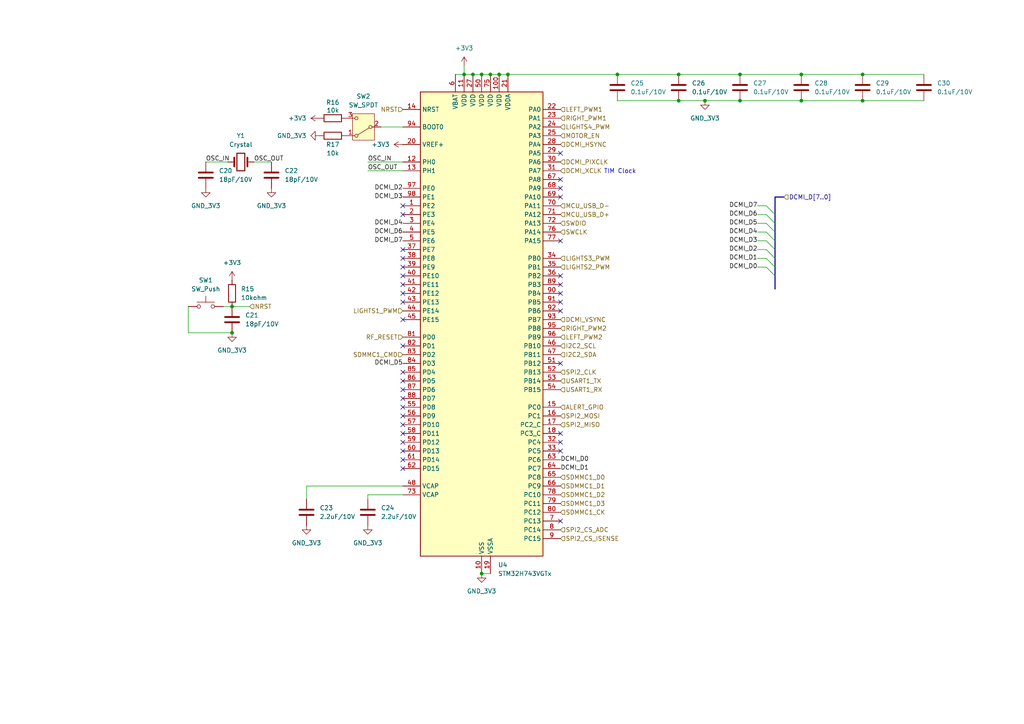
<source format=kicad_sch>
(kicad_sch (version 20231120) (generator "eeschema") (generator_version "8.0")
  (paper "A4")
  (lib_symbols
    (symbol "Device:C" (pin_numbers hide) (pin_names (offset 0.254))
      (property "Reference" "C" (at 0.635 2.54 0))
      (property "Value" "C" (at 0.635 -2.54 0))
      (symbol "C_0_1"
        (polyline (pts (xy -2.032 -0.762) (xy 2.032 -0.762)) (stroke (width 0.508)))
        (polyline (pts (xy -2.032 0.762) (xy 2.032 0.762)) (stroke (width 0.508)))
      )
      (symbol "C_1_1"
        (pin passive line (at 0 3.81 270) (length 2.794) (name "~") (number "1"))
        (pin passive line (at 0 -3.81 90) (length 2.794) (name "~") (number "2"))
      )
    )
    (symbol "Device:Crystal" (pin_numbers hide) (pin_names (offset 1.016) hide)
      (property "Reference" "Y" (at 0 3.81 0))
      (property "Value" "Crystal" (at 0 -3.81 0))
      (symbol "Crystal_0_1"
        (rectangle (start -1.143 2.54) (end 1.143 -2.54) (stroke (width 0.3048)))
        (polyline (pts (xy -2.54 0) (xy -1.905 0)))
        (polyline (pts (xy -1.905 -1.27) (xy -1.905 1.27)) (stroke (width 0.508)))
        (polyline (pts (xy 1.905 -1.27) (xy 1.905 1.27)) (stroke (width 0.508)))
        (polyline (pts (xy 2.54 0) (xy 1.905 0)))
      )
      (symbol "Crystal_1_1"
        (pin passive line (at -3.81 0 0) (length 1.27) (name "1") (number "1"))
        (pin passive line (at 3.81 0 180) (length 1.27) (name "2") (number "2"))
      )
    )
    (symbol "Device:R" (pin_numbers hide) (pin_names (offset 0))
      (property "Reference" "R" (at 2.032 0 90))
      (property "Value" "R" (at 0 0 90))
      (symbol "R_0_1"
        (rectangle (start -1.016 -2.54) (end 1.016 2.54) (stroke (width 0.254)))
      )
      (symbol "R_1_1"
        (pin passive line (at 0 3.81 270) (length 1.27) (name "~") (number "1"))
        (pin passive line (at 0 -3.81 90) (length 1.27) (name "~") (number "2"))
      )
    )
    (symbol "MCU_ST_STM32H7:STM32H743VGTx"
      (property "Reference" "U" (at -17.78 69.85 0))
      (property "Value" "STM32H743VGTx" (at 10.16 69.85 0))
      (symbol "STM32H743VGTx_0_1"
        (rectangle (start -17.78 -66.04) (end 17.78 68.58) (stroke (width 0.254)) (fill (type background)))
      )
      (symbol "STM32H743VGTx_1_1"
        (pin bidirectional line (at -22.86 35.56 0) (length 5.08) (name "PE2") (number "1"))
        (pin power_in line (at 0 -71.12 90) (length 5.08) (name "VSS") (number "10"))
        (pin power_in line (at 5.08 73.66 270) (length 5.08) (name "VDD") (number "100"))
        (pin power_in line (at -5.08 73.66 270) (length 5.08) (name "VDD") (number "11"))
        (pin bidirectional line (at -22.86 48.26 0) (length 5.08) (name "PH0") (number "12"))
        (pin bidirectional line (at -22.86 45.72 0) (length 5.08) (name "PH1") (number "13"))
        (pin input line (at -22.86 63.5 0) (length 5.08) (name "NRST") (number "14"))
        (pin bidirectional line (at 22.86 -22.86 180) (length 5.08) (name "PC0") (number "15"))
        (pin bidirectional line (at 22.86 -25.4 180) (length 5.08) (name "PC1") (number "16"))
        (pin bidirectional line (at 22.86 -27.94 180) (length 5.08) (name "PC2_C") (number "17"))
        (pin bidirectional line (at 22.86 -30.48 180) (length 5.08) (name "PC3_C") (number "18"))
        (pin power_in line (at 2.54 -71.12 90) (length 5.08) (name "VSSA") (number "19"))
        (pin bidirectional line (at -22.86 33.02 0) (length 5.08) (name "PE3") (number "2"))
        (pin input line (at -22.86 53.34 0) (length 5.08) (name "VREF+") (number "20"))
        (pin power_in line (at 7.62 73.66 270) (length 5.08) (name "VDDA") (number "21"))
        (pin bidirectional line (at 22.86 63.5 180) (length 5.08) (name "PA0") (number "22"))
        (pin bidirectional line (at 22.86 60.96 180) (length 5.08) (name "PA1") (number "23"))
        (pin bidirectional line (at 22.86 58.42 180) (length 5.08) (name "PA2") (number "24"))
        (pin bidirectional line (at 22.86 55.88 180) (length 5.08) (name "PA3") (number "25"))
        (pin passive line (at 0 -71.12 90) (length 5.08) hide (name "VSS") (number "26"))
        (pin power_in line (at -2.54 73.66 270) (length 5.08) (name "VDD") (number "27"))
        (pin bidirectional line (at 22.86 53.34 180) (length 5.08) (name "PA4") (number "28"))
        (pin bidirectional line (at 22.86 50.8 180) (length 5.08) (name "PA5") (number "29"))
        (pin bidirectional line (at -22.86 30.48 0) (length 5.08) (name "PE4") (number "3"))
        (pin bidirectional line (at 22.86 48.26 180) (length 5.08) (name "PA6") (number "30"))
        (pin bidirectional line (at 22.86 45.72 180) (length 5.08) (name "PA7") (number "31"))
        (pin bidirectional line (at 22.86 -33.02 180) (length 5.08) (name "PC4") (number "32"))
        (pin bidirectional line (at 22.86 -35.56 180) (length 5.08) (name "PC5") (number "33"))
        (pin bidirectional line (at 22.86 20.32 180) (length 5.08) (name "PB0") (number "34"))
        (pin bidirectional line (at 22.86 17.78 180) (length 5.08) (name "PB1") (number "35"))
        (pin bidirectional line (at 22.86 15.24 180) (length 5.08) (name "PB2") (number "36"))
        (pin bidirectional line (at -22.86 22.86 0) (length 5.08) (name "PE7") (number "37"))
        (pin bidirectional line (at -22.86 20.32 0) (length 5.08) (name "PE8") (number "38"))
        (pin bidirectional line (at -22.86 17.78 0) (length 5.08) (name "PE9") (number "39"))
        (pin bidirectional line (at -22.86 27.94 0) (length 5.08) (name "PE5") (number "4"))
        (pin bidirectional line (at -22.86 15.24 0) (length 5.08) (name "PE10") (number "40"))
        (pin bidirectional line (at -22.86 12.7 0) (length 5.08) (name "PE11") (number "41"))
        (pin bidirectional line (at -22.86 10.16 0) (length 5.08) (name "PE12") (number "42"))
        (pin bidirectional line (at -22.86 7.62 0) (length 5.08) (name "PE13") (number "43"))
        (pin bidirectional line (at -22.86 5.08 0) (length 5.08) (name "PE14") (number "44"))
        (pin bidirectional line (at -22.86 2.54 0) (length 5.08) (name "PE15") (number "45"))
        (pin bidirectional line (at 22.86 -5.08 180) (length 5.08) (name "PB10") (number "46"))
        (pin bidirectional line (at 22.86 -7.62 180) (length 5.08) (name "PB11") (number "47"))
        (pin power_out line (at -22.86 -45.72 0) (length 5.08) (name "VCAP") (number "48"))
        (pin passive line (at 0 -71.12 90) (length 5.08) hide (name "VSS") (number "49"))
        (pin bidirectional line (at -22.86 25.4 0) (length 5.08) (name "PE6") (number "5"))
        (pin power_in line (at 0 73.66 270) (length 5.08) (name "VDD") (number "50"))
        (pin bidirectional line (at 22.86 -10.16 180) (length 5.08) (name "PB12") (number "51"))
        (pin bidirectional line (at 22.86 -12.7 180) (length 5.08) (name "PB13") (number "52"))
        (pin bidirectional line (at 22.86 -15.24 180) (length 5.08) (name "PB14") (number "53"))
        (pin bidirectional line (at 22.86 -17.78 180) (length 5.08) (name "PB15") (number "54"))
        (pin bidirectional line (at -22.86 -22.86 0) (length 5.08) (name "PD8") (number "55"))
        (pin bidirectional line (at -22.86 -25.4 0) (length 5.08) (name "PD9") (number "56"))
        (pin bidirectional line (at -22.86 -27.94 0) (length 5.08) (name "PD10") (number "57"))
        (pin bidirectional line (at -22.86 -30.48 0) (length 5.08) (name "PD11") (number "58"))
        (pin bidirectional line (at -22.86 -33.02 0) (length 5.08) (name "PD12") (number "59"))
        (pin power_in line (at -7.62 73.66 270) (length 5.08) (name "VBAT") (number "6"))
        (pin bidirectional line (at -22.86 -35.56 0) (length 5.08) (name "PD13") (number "60"))
        (pin bidirectional line (at -22.86 -38.1 0) (length 5.08) (name "PD14") (number "61"))
        (pin bidirectional line (at -22.86 -40.64 0) (length 5.08) (name "PD15") (number "62"))
        (pin bidirectional line (at 22.86 -38.1 180) (length 5.08) (name "PC6") (number "63"))
        (pin bidirectional line (at 22.86 -40.64 180) (length 5.08) (name "PC7") (number "64"))
        (pin bidirectional line (at 22.86 -43.18 180) (length 5.08) (name "PC8") (number "65"))
        (pin bidirectional line (at 22.86 -45.72 180) (length 5.08) (name "PC9") (number "66"))
        (pin bidirectional line (at 22.86 43.18 180) (length 5.08) (name "PA8") (number "67"))
        (pin bidirectional line (at 22.86 40.64 180) (length 5.08) (name "PA9") (number "68"))
        (pin bidirectional line (at 22.86 38.1 180) (length 5.08) (name "PA10") (number "69"))
        (pin bidirectional line (at 22.86 -55.88 180) (length 5.08) (name "PC13") (number "7"))
        (pin bidirectional line (at 22.86 35.56 180) (length 5.08) (name "PA11") (number "70"))
        (pin bidirectional line (at 22.86 33.02 180) (length 5.08) (name "PA12") (number "71"))
        (pin bidirectional line (at 22.86 30.48 180) (length 5.08) (name "PA13") (number "72"))
        (pin power_out line (at -22.86 -48.26 0) (length 5.08) (name "VCAP") (number "73"))
        (pin passive line (at 0 -71.12 90) (length 5.08) hide (name "VSS") (number "74"))
        (pin power_in line (at 2.54 73.66 270) (length 5.08) (name "VDD") (number "75"))
        (pin bidirectional line (at 22.86 27.94 180) (length 5.08) (name "PA14") (number "76"))
        (pin bidirectional line (at 22.86 25.4 180) (length 5.08) (name "PA15") (number "77"))
        (pin bidirectional line (at 22.86 -48.26 180) (length 5.08) (name "PC10") (number "78"))
        (pin bidirectional line (at 22.86 -50.8 180) (length 5.08) (name "PC11") (number "79"))
        (pin bidirectional line (at 22.86 -58.42 180) (length 5.08) (name "PC14") (number "8"))
        (pin bidirectional line (at 22.86 -53.34 180) (length 5.08) (name "PC12") (number "80"))
        (pin bidirectional line (at -22.86 -2.54 0) (length 5.08) (name "PD0") (number "81"))
        (pin bidirectional line (at -22.86 -5.08 0) (length 5.08) (name "PD1") (number "82"))
        (pin bidirectional line (at -22.86 -7.62 0) (length 5.08) (name "PD2") (number "83"))
        (pin bidirectional line (at -22.86 -10.16 0) (length 5.08) (name "PD3") (number "84"))
        (pin bidirectional line (at -22.86 -12.7 0) (length 5.08) (name "PD4") (number "85"))
        (pin bidirectional line (at -22.86 -15.24 0) (length 5.08) (name "PD5") (number "86"))
        (pin bidirectional line (at -22.86 -17.78 0) (length 5.08) (name "PD6") (number "87"))
        (pin bidirectional line (at -22.86 -20.32 0) (length 5.08) (name "PD7") (number "88"))
        (pin bidirectional line (at 22.86 12.7 180) (length 5.08) (name "PB3") (number "89"))
        (pin bidirectional line (at 22.86 -60.96 180) (length 5.08) (name "PC15") (number "9"))
        (pin bidirectional line (at 22.86 10.16 180) (length 5.08) (name "PB4") (number "90"))
        (pin bidirectional line (at 22.86 7.62 180) (length 5.08) (name "PB5") (number "91"))
        (pin bidirectional line (at 22.86 5.08 180) (length 5.08) (name "PB6") (number "92"))
        (pin bidirectional line (at 22.86 2.54 180) (length 5.08) (name "PB7") (number "93"))
        (pin input line (at -22.86 58.42 0) (length 5.08) (name "BOOT0") (number "94"))
        (pin bidirectional line (at 22.86 0 180) (length 5.08) (name "PB8") (number "95"))
        (pin bidirectional line (at 22.86 -2.54 180) (length 5.08) (name "PB9") (number "96"))
        (pin bidirectional line (at -22.86 40.64 0) (length 5.08) (name "PE0") (number "97"))
        (pin bidirectional line (at -22.86 38.1 0) (length 5.08) (name "PE1") (number "98"))
        (pin passive line (at 0 -71.12 90) (length 5.08) hide (name "VSS") (number "99"))
      )
    )
    (symbol "Switch:SW_Push" (pin_numbers hide) (pin_names (offset 1.016) hide)
      (property "Reference" "SW" (at 1.27 2.54 0))
      (property "Value" "SW_Push" (at 0 -1.524 0))
      (symbol "SW_Push_0_1"
        (circle (center -2.032 0) (radius 0.508))
        (polyline (pts (xy 0 1.27) (xy 0 3.048)))
        (polyline (pts (xy 2.54 1.27) (xy -2.54 1.27)))
        (circle (center 2.032 0) (radius 0.508))
        (pin passive line (at -5.08 0 0) (length 2.54) (name "1") (number "1"))
        (pin passive line (at 5.08 0 180) (length 2.54) (name "2") (number "2"))
      )
    )
    (symbol "Switch:SW_SPDT" (pin_names (offset 0) hide)
      (property "Reference" "SW" (at 0 5.08 0))
      (property "Value" "SW_SPDT" (at 0 -5.08 0))
      (symbol "SW_SPDT_0_1"
        (circle (center -2.032 0) (radius 0.4572))
        (polyline (pts (xy -1.651 0.254) (xy 1.651 2.286)))
        (circle (center 2.032 -2.54) (radius 0.4572))
        (circle (center 2.032 2.54) (radius 0.4572))
      )
      (symbol "SW_SPDT_1_1"
        (rectangle (start -3.175 3.81) (end 3.175 -3.81) (fill (type background)))
        (pin passive line (at 5.08 2.54 180) (length 2.54) (name "A") (number "1"))
        (pin passive line (at -5.08 0 0) (length 2.54) (name "B") (number "2"))
        (pin passive line (at 5.08 -2.54 180) (length 2.54) (name "C") (number "3"))
      )
    )
    (symbol "power:+3V3" (power) (pin_numbers hide) (pin_names (offset 0) hide)
      (property "Value" "+3V3" (at 0 3.556 0))
      (symbol "+3V3_0_1"
        (polyline (pts (xy -0.762 1.27) (xy 0 2.54)))
        (polyline (pts (xy 0 0) (xy 0 2.54)))
        (polyline (pts (xy 0 2.54) (xy 0.762 1.27)))
      )
      (symbol "+3V3_1_1"
        (pin power_in line (at 0 0 90) (length 0) (name "~") (number "1"))
      )
    )
    (symbol "power:GND" (power) (pin_numbers hide) (pin_names (offset 0) hide)
      (property "Value" "GND" (at 0 -3.81 0))
      (symbol "GND_0_1"
        (polyline (pts (xy 0 0) (xy 0 -1.27) (xy 1.27 -1.27) (xy 0 -2.54) (xy -1.27 -1.27) (xy 0 -1.27)))
      )
      (symbol "GND_1_1"
        (pin power_in line (at 0 0 270) (length 0) (name "~") (number "1"))
      )
    )
  )
  (junction (at 67.31 88.9))
  (junction (at 232.41 29.21))
  (junction (at 142.24 21.59))
  (junction (at 232.41 21.59))
  (junction (at 250.19 29.21))
  (junction (at 214.63 29.21))
  (junction (at 67.31 96.52))
  (junction (at 134.62 21.59))
  (junction (at 144.78 21.59))
  (junction (at 196.85 21.59))
  (junction (at 147.32 21.59))
  (junction (at 196.85 29.21))
  (junction (at 250.19 21.59))
  (junction (at 137.16 21.59))
  (junction (at 139.7 21.59))
  (junction (at 214.63 21.59))
  (junction (at 179.07 21.59))
  (junction (at 204.47 29.21))
  (junction (at 139.7 166.37))
  (no_connect (at 116.84 62.23))
  (no_connect (at 162.56 130.81))
  (no_connect (at 116.84 77.47))
  (no_connect (at 162.56 125.73))
  (no_connect (at 162.56 87.63))
  (no_connect (at 116.84 87.63))
  (no_connect (at 116.84 120.65))
  (no_connect (at 162.56 151.13))
  (no_connect (at 116.84 72.39))
  (no_connect (at 162.56 105.41))
  (no_connect (at 162.56 54.61))
  (no_connect (at 116.84 115.57))
  (no_connect (at 116.84 123.19))
  (no_connect (at 116.84 113.03))
  (no_connect (at 116.84 85.09))
  (no_connect (at 162.56 82.55))
  (no_connect (at 116.84 82.55))
  (no_connect (at 162.56 69.85))
  (no_connect (at 116.84 128.27))
  (no_connect (at 116.84 80.01))
  (no_connect (at 116.84 110.49))
  (no_connect (at 116.84 59.69))
  (no_connect (at 116.84 125.73))
  (no_connect (at 162.56 57.15))
  (no_connect (at 162.56 52.07))
  (no_connect (at 116.84 74.93))
  (no_connect (at 116.84 118.11))
  (no_connect (at 162.56 90.17))
  (no_connect (at 162.56 85.09))
  (no_connect (at 162.56 80.01))
  (no_connect (at 116.84 100.33))
  (no_connect (at 162.56 128.27))
  (no_connect (at 116.84 92.71))
  (no_connect (at 116.84 130.81))
  (no_connect (at 116.84 107.95))
  (no_connect (at 116.84 133.35))
  (no_connect (at 162.56 44.45))
  (no_connect (at 116.84 135.89))
  (bus_entry (at 224.79 74.93) (size -2.54 -2.54))
  (bus_entry (at 224.79 67.31) (size -2.54 -2.54))
  (bus_entry (at 224.79 80.01) (size -2.54 -2.54))
  (bus_entry (at 224.79 64.77) (size -2.54 -2.54))
  (bus_entry (at 224.79 69.85) (size -2.54 -2.54))
  (bus_entry (at 224.79 72.39) (size -2.54 -2.54))
  (bus_entry (at 224.79 62.23) (size -2.54 -2.54))
  (bus_entry (at 224.79 77.47) (size -2.54 -2.54))
  (wire (pts (xy 88.9 140.97) (xy 116.84 140.97)))
  (wire (pts (xy 110.49 36.83) (xy 116.84 36.83)))
  (wire (pts (xy 142.24 21.59) (xy 144.78 21.59)))
  (wire (pts (xy 54.61 96.52) (xy 67.31 96.52)))
  (wire (pts (xy 106.68 46.99) (xy 116.84 46.99)))
  (wire (pts (xy 88.9 144.78) (xy 88.9 140.97)))
  (wire (pts (xy 204.47 29.21) (xy 214.63 29.21)))
  (wire (pts (xy 106.68 49.53) (xy 116.84 49.53)))
  (wire (pts (xy 196.85 21.59) (xy 214.63 21.59)))
  (bus (pts (xy 224.79 57.15) (xy 224.79 62.23)))
  (wire (pts (xy 134.62 19.05) (xy 134.62 21.59)))
  (wire (pts (xy 250.19 29.21) (xy 267.97 29.21)))
  (wire (pts (xy 219.71 74.93) (xy 222.25 74.93)))
  (wire (pts (xy 106.68 143.51) (xy 116.84 143.51)))
  (wire (pts (xy 250.19 21.59) (xy 267.97 21.59)))
  (wire (pts (xy 139.7 166.37) (xy 142.24 166.37)))
  (wire (pts (xy 219.71 67.31) (xy 222.25 67.31)))
  (bus (pts (xy 224.79 77.47) (xy 224.79 80.01)))
  (wire (pts (xy 219.71 72.39) (xy 222.25 72.39)))
  (wire (pts (xy 179.07 21.59) (xy 196.85 21.59)))
  (wire (pts (xy 232.41 29.21) (xy 250.19 29.21)))
  (wire (pts (xy 59.69 46.99) (xy 66.04 46.99)))
  (bus (pts (xy 224.79 64.77) (xy 224.79 67.31)))
  (wire (pts (xy 144.78 21.59) (xy 147.32 21.59)))
  (bus (pts (xy 224.79 72.39) (xy 224.79 74.93)))
  (wire (pts (xy 54.61 88.9) (xy 54.61 96.52)))
  (wire (pts (xy 179.07 29.21) (xy 196.85 29.21)))
  (wire (pts (xy 106.68 143.51) (xy 106.68 144.78)))
  (wire (pts (xy 72.39 88.9) (xy 67.31 88.9)))
  (wire (pts (xy 219.71 77.47) (xy 222.25 77.47)))
  (bus (pts (xy 224.79 74.93) (xy 224.79 77.47)))
  (wire (pts (xy 132.08 21.59) (xy 134.62 21.59)))
  (bus (pts (xy 224.79 80.01) (xy 224.79 83.82)))
  (bus (pts (xy 224.79 57.15) (xy 227.33 57.15)))
  (wire (pts (xy 219.71 62.23) (xy 222.25 62.23)))
  (wire (pts (xy 73.66 46.99) (xy 78.74 46.99)))
  (wire (pts (xy 137.16 21.59) (xy 139.7 21.59)))
  (wire (pts (xy 219.71 64.77) (xy 222.25 64.77)))
  (bus (pts (xy 224.79 67.31) (xy 224.79 69.85)))
  (wire (pts (xy 147.32 21.59) (xy 179.07 21.59)))
  (wire (pts (xy 196.85 29.21) (xy 204.47 29.21)))
  (wire (pts (xy 139.7 21.59) (xy 142.24 21.59)))
  (wire (pts (xy 134.62 21.59) (xy 137.16 21.59)))
  (bus (pts (xy 224.79 69.85) (xy 224.79 72.39)))
  (wire (pts (xy 214.63 21.59) (xy 232.41 21.59)))
  (wire (pts (xy 232.41 21.59) (xy 250.19 21.59)))
  (wire (pts (xy 219.71 59.69) (xy 222.25 59.69)))
  (bus (pts (xy 224.79 62.23) (xy 224.79 64.77)))
  (wire (pts (xy 219.71 69.85) (xy 222.25 69.85)))
  (wire (pts (xy 67.31 88.9) (xy 64.77 88.9)))
  (wire (pts (xy 214.63 29.21) (xy 232.41 29.21)))
  (text "TIM Clock" (at 179.832 49.784 0) (effects (font (size 1.27 1.27))))
  (label "DCMI_D3" (at 116.84 57.15 180))
  (label "DCMI_D5" (at 219.71 64.77 180))
  (label "DCMI_D0" (at 219.71 77.47 180))
  (label "DCMI_D1" (at 162.56 135.89 0))
  (label "DCMI_D3" (at 219.71 69.85 180))
  (label "DCMI_D7" (at 116.84 69.85 180))
  (label "DCMI_D4" (at 219.71 67.31 180))
  (label "OSC_OUT" (at 73.66 46.99 0))
  (label "DCMI_D7" (at 219.71 59.69 180))
  (label "DCMI_D6" (at 116.84 67.31 180))
  (label "DCMI_D1" (at 219.71 74.93 180))
  (label "DCMI_D2" (at 219.71 72.39 180))
  (label "OSC_OUT" (at 106.68 49.53 0))
  (label "DCMI_D6" (at 219.71 62.23 180))
  (label "OSC_IN" (at 59.69 46.99 0))
  (label "DCMI_D5" (at 116.84 105.41 180))
  (label "DCMI_D4" (at 116.84 64.77 180))
  (label "DCMI_D0" (at 162.56 133.35 0))
  (label "DCMI_D2" (at 116.84 54.61 180))
  (label "OSC_IN" (at 106.68 46.99 0))
  (hierarchical_label "NRST" (shape input) (at 72.39 88.9 0))
  (hierarchical_label "SDMMC1_CMD" (shape input) (at 116.84 102.87 180))
  (hierarchical_label "DCMI_XCLK" (shape input) (at 162.56 49.53 0))
  (hierarchical_label "MCU_USB_D+" (shape input) (at 162.56 62.23 0))
  (hierarchical_label "DCMI_D[7..0]" (shape input) (at 227.33 57.15 0))
  (hierarchical_label "USART1_TX" (shape input) (at 162.56 110.49 0))
  (hierarchical_label "DCMI_HSYNC" (shape input) (at 162.56 41.91 0))
  (hierarchical_label "RIGHT_PWM2" (shape input) (at 162.56 95.25 0))
  (hierarchical_label "ALERT_GPIO" (shape input) (at 162.56 118.11 0))
  (hierarchical_label "LEFT_PWM2" (shape input) (at 162.56 97.79 0))
  (hierarchical_label "RF_RESET" (shape input) (at 116.84 97.79 180))
  (hierarchical_label "SWDIO" (shape input) (at 162.56 64.77 0))
  (hierarchical_label "LIGHTS3_PWM" (shape input) (at 162.56 74.93 0))
  (hierarchical_label "SPI2_CLK" (shape input) (at 162.56 107.95 0))
  (hierarchical_label "SDMMC1_D0" (shape input) (at 162.56 138.43 0))
  (hierarchical_label "SPI2_CS_ISENSE" (shape input) (at 162.56 156.21 0))
  (hierarchical_label "SDMMC1_D1" (shape input) (at 162.56 140.97 0))
  (hierarchical_label "DCMI_PIXCLK" (shape input) (at 162.56 46.99 0))
  (hierarchical_label "I2C2_SDA" (shape input) (at 162.56 102.87 0))
  (hierarchical_label "SPI2_MOSI" (shape input) (at 162.56 120.65 0))
  (hierarchical_label "LEFT_PWM1" (shape input) (at 162.56 31.75 0))
  (hierarchical_label "SPI2_CS_ADC" (shape input) (at 162.56 153.67 0))
  (hierarchical_label "SWCLK" (shape input) (at 162.56 67.31 0))
  (hierarchical_label "LIGHTS2_PWM" (shape input) (at 162.56 77.47 0))
  (hierarchical_label "MCU_USB_D-" (shape input) (at 162.56 59.69 0))
  (hierarchical_label "DCMI_VSYNC" (shape input) (at 162.56 92.71 0))
  (hierarchical_label "LIGHTS4_PWM" (shape input) (at 162.56 36.83 0))
  (hierarchical_label "RIGHT_PWM1" (shape input) (at 162.56 34.29 0))
  (hierarchical_label "LIGHTS1_PWM" (shape input) (at 116.84 90.17 180))
  (hierarchical_label "SDMMC1_D3" (shape input) (at 162.56 146.05 0))
  (hierarchical_label "MOTOR_EN" (shape input) (at 162.56 39.37 0))
  (hierarchical_label "SDMMC1_D2" (shape input) (at 162.56 143.51 0))
  (hierarchical_label "NRST" (shape input) (at 116.84 31.75 180))
  (hierarchical_label "SPI2_MISO" (shape input) (at 162.56 123.19 0))
  (hierarchical_label "SDMMC1_CK" (shape input) (at 162.56 148.59 0))
  (hierarchical_label "USART1_RX" (shape input) (at 162.56 113.03 0))
  (hierarchical_label "I2C2_SCL" (shape input) (at 162.56 100.33 0))
  (symbol (lib_id "power:+3V3") (at 134.62 19.05 0) (unit 1)
    (property "Reference" "#PWR090" (effects (hide yes)))
    (property "Value" "+3V3" (at 134.62 13.97 0))
    (property "Description" "Power symbol creates a global label with name \"+3V3\"" (effects (hide yes)))
  )
  (symbol (lib_id "Device:C") (at 232.41 25.4 0) (unit 1)
    (property "Reference" "C28" (at 236.22 24.1299 0) (effects (justify left)))
    (property "Value" "0.1uF/10V" (at 236.22 26.6699 0) (effects (justify left)))
    (property "Footprint" "Capacitor_SMD:C_0603_1608Metric" (effects (hide yes)))
    (property "Description" "Unpolarized capacitor" (effects (hide yes)))
    (property "MANUF_PN" "C0603C104K5RAC7411" (effects (hide yes)))
  )
  (symbol (lib_id "power:GND") (at 59.69 54.61 0) (unit 1)
    (property "Reference" "#PWR081" (effects (hide yes)))
    (property "Value" "GND_3V3" (at 59.69 59.69 0))
    (property "Description" "Power symbol creates a global label with name \"GND\" , ground" (effects (hide yes)))
  )
  (symbol (lib_id "power:+3V3") (at 92.71 34.29 90) (unit 1)
    (property "Reference" "#PWR086" (effects (hide yes)))
    (property "Value" "+3V3" (at 88.9 34.2899 90) (effects (justify left)))
    (property "Description" "Power symbol creates a global label with name \"+3V3\"" (effects (hide yes)))
  )
  (symbol (lib_id "Device:C") (at 179.07 25.4 0) (unit 1)
    (property "Reference" "C25" (at 182.88 24.1299 0) (effects (justify left)))
    (property "Value" "0.1uF/10V" (at 182.88 26.6699 0) (effects (justify left)))
    (property "Footprint" "Capacitor_SMD:C_0603_1608Metric" (effects (hide yes)))
    (property "Description" "Unpolarized capacitor" (effects (hide yes)))
    (property "MANUF_PN" "C0603C104K5RAC7411" (effects (hide yes)))
  )
  (symbol (lib_id "power:+3V3") (at 67.31 81.28 0) (unit 1)
    (property "Reference" "#PWR082" (effects (hide yes)))
    (property "Value" "+3V3" (at 67.31 76.2 0))
    (property "Description" "Power symbol creates a global label with name \"+3V3\"" (effects (hide yes)))
  )
  (symbol (lib_id "Device:C") (at 196.85 25.4 0) (unit 1)
    (property "Reference" "C26" (at 200.66 24.1299 0) (effects (justify left)))
    (property "Value" "0.1uF/10V" (at 200.66 26.6699 0) (effects (justify left)))
    (property "Footprint" "Capacitor_SMD:C_0603_1608Metric" (effects (hide yes)))
    (property "Description" "Unpolarized capacitor" (effects (hide yes)))
    (property "MANUF_PN" "C0603C104K5RAC7411" (effects (hide yes)))
  )
  (symbol (lib_id "power:GND") (at 78.74 54.61 0) (unit 1)
    (property "Reference" "#PWR084" (effects (hide yes)))
    (property "Value" "GND_3V3" (at 78.74 59.69 0))
    (property "Description" "Power symbol creates a global label with name \"GND\" , ground" (effects (hide yes)))
  )
  (symbol (lib_id "power:GND") (at 139.7 166.37 0) (unit 1)
    (property "Reference" "#PWR091" (effects (hide yes)))
    (property "Value" "GND_3V3" (at 139.7 171.45 0))
    (property "Description" "Power symbol creates a global label with name \"GND\" , ground" (effects (hide yes)))
  )
  (symbol (lib_id "Device:C") (at 214.63 25.4 0) (unit 1)
    (property "Reference" "C27" (at 218.44 24.1299 0) (effects (justify left)))
    (property "Value" "0.1uF/10V" (at 218.44 26.6699 0) (effects (justify left)))
    (property "Footprint" "Capacitor_SMD:C_0603_1608Metric" (effects (hide yes)))
    (property "Description" "Unpolarized capacitor" (effects (hide yes)))
    (property "MANUF_PN" "C0603C104K5RAC7411" (effects (hide yes)))
  )
  (symbol (lib_id "MCU_ST_STM32H7:STM32H743VGTx") (at 139.7 95.25 0) (unit 1)
    (property "Reference" "U4" (at 144.4341 163.83 0) (effects (justify left)))
    (property "Value" "STM32H743VGTx" (at 144.4341 166.37 0) (effects (justify left)))
    (property "Footprint" "Package_QFP:LQFP-100_14x14mm_P0.5mm" (effects (hide yes)))
    (property "Datasheet" "https://www.st.com/resource/en/datasheet/stm32h743vg.pdf" (effects (hide yes)))
    (property "Description" "STMicroelectronics Arm Cortex-M7 MCU, 1024KB flash, 1024KB RAM, 480 MHz, 1.71-3.6V, 82 GPIO, LQFP100" (effects (hide yes)))
    (property "MANUF_PN" "STM32H743VGT6" (effects (hide yes)))
  )
  (symbol (lib_id "Device:C") (at 106.68 148.59 0) (unit 1)
    (property "Reference" "C24" (at 110.49 147.3199 0) (effects (justify left)))
    (property "Value" "2.2uF/10V" (at 110.49 149.8599 0) (effects (justify left)))
    (property "Footprint" "Capacitor_SMD:C_0603_1608Metric" (effects (hide yes)))
    (property "Description" "Unpolarized capacitor" (effects (hide yes)))
    (property "MANUF_PN" "C0603C225K4PACTU" (effects (hide yes)))
  )
  (symbol (lib_id "Device:R") (at 67.31 85.09 0) (unit 1)
    (property "Reference" "R15" (at 69.85 83.8199 0) (effects (justify left)))
    (property "Value" "10kohm" (at 69.85 86.3599 0) (effects (justify left)))
    (property "Footprint" "Resistor_SMD:R_0603_1608Metric" (effects (hide yes)))
    (property "Description" "Resistor" (effects (hide yes)))
    (property "MANUF_PN" "RC0603FR-0710KL" (effects (hide yes)))
  )
  (symbol (lib_id "power:GND") (at 92.71 39.37 270) (unit 1)
    (property "Reference" "#PWR087" (effects (hide yes)))
    (property "Value" "GND_3V3" (at 88.9 39.3699 90) (effects (justify right)))
    (property "Description" "Power symbol creates a global label with name \"GND\" , ground" (effects (hide yes)))
  )
  (symbol (lib_id "power:GND") (at 204.47 29.21 0) (unit 1)
    (property "Reference" "#PWR092" (effects (hide yes)))
    (property "Value" "GND_3V3" (at 204.47 34.29 0))
    (property "Description" "Power symbol creates a global label with name \"GND\" , ground" (effects (hide yes)))
  )
  (symbol (lib_id "power:+3V3") (at 116.84 41.91 90) (unit 1)
    (property "Reference" "#PWR089" (effects (hide yes)))
    (property "Value" "+3V3" (at 113.03 41.9099 90) (effects (justify left)))
    (property "Description" "Power symbol creates a global label with name \"+3V3\"" (effects (hide yes)))
  )
  (symbol (lib_id "Switch:SW_SPDT") (at 105.41 36.83 180) (unit 1)
    (property "Reference" "SW2" (at 105.41 27.94 0))
    (property "Value" "SW_SPDT" (at 105.41 30.48 0))
    (property "Footprint" "Connector_PinHeader_2.54mm:PinHeader_1x03_P2.54mm_Vertical" (effects (hide yes)))
    (property "Description" "Switch, single pole double throw" (effects (hide yes)))
    (property "MANUF_PN" "N/A" (effects (hide yes)))
  )
  (symbol (lib_id "Device:R") (at 96.52 39.37 270) (unit 1)
    (property "Reference" "R17" (at 96.52 41.91 90))
    (property "Value" "10k" (at 96.52 44.45 90))
    (property "Footprint" "Capacitor_SMD:C_0603_1608Metric" (effects (hide yes)))
    (property "Description" "Resistor" (effects (hide yes)))
    (property "MANUF_PN" "RC0603FR-0710KL" (effects (hide yes)))
  )
  (symbol (lib_id "Device:C") (at 88.9 148.59 0) (unit 1)
    (property "Reference" "C23" (at 92.71 147.3199 0) (effects (justify left)))
    (property "Value" "2.2uF/10V" (at 92.71 149.8599 0) (effects (justify left)))
    (property "Footprint" "Capacitor_SMD:C_0603_1608Metric" (effects (hide yes)))
    (property "Description" "Unpolarized capacitor" (effects (hide yes)))
    (property "MANUF_PN" "C0603C225K4PACTU" (effects (hide yes)))
  )
  (symbol (lib_id "power:GND") (at 106.68 152.4 0) (unit 1)
    (property "Reference" "#PWR088" (effects (hide yes)))
    (property "Value" "GND_3V3" (at 106.68 157.48 0))
    (property "Description" "Power symbol creates a global label with name \"GND\" , ground" (effects (hide yes)))
  )
  (symbol (lib_id "Device:C") (at 78.74 50.8 0) (unit 1)
    (property "Reference" "C22" (at 82.55 49.5299 0) (effects (justify left)))
    (property "Value" "18pF/10V" (at 82.55 52.0699 0) (effects (justify left)))
    (property "Footprint" "Capacitor_SMD:C_0603_1608Metric" (effects (hide yes)))
    (property "Description" "Unpolarized capacitor" (effects (hide yes)))
    (property "MANUF_PN" "C0603C180J5GACTU" (effects (hide yes)))
  )
  (symbol (lib_id "Device:C") (at 59.69 50.8 0) (unit 1)
    (property "Reference" "C20" (at 63.5 49.5299 0) (effects (justify left)))
    (property "Value" "18pF/10V" (at 63.5 52.0699 0) (effects (justify left)))
    (property "Footprint" "Capacitor_SMD:C_0603_1608Metric" (effects (hide yes)))
    (property "Description" "Unpolarized capacitor" (effects (hide yes)))
    (property "MANUF_PN" "C0603C180J5GACTU" (effects (hide yes)))
  )
  (symbol (lib_id "Device:Crystal") (at 69.85 46.99 180) (unit 1)
    (property "Reference" "Y1" (at 69.85 39.37 0))
    (property "Value" "Crystal" (at 69.85 41.91 0))
    (property "Footprint" "Crystal:Crystal_SMD_Abracon_ABM3-2Pin_5.0x3.2mm" (effects (hide yes)))
    (property "Datasheet" "https://abracon.com/Resonators/ABM7.pdf" (effects (hide yes)))
    (property "Description" "Two pin crystal (ABM7-25.000MHZ-D2Y-T)" (effects (hide yes)))
    (property "MANUF_PN" "ABM7-25.000MHZ-D2Y-T" (effects (hide yes)))
  )
  (symbol (lib_id "power:GND") (at 88.9 152.4 0) (unit 1)
    (property "Reference" "#PWR085" (effects (hide yes)))
    (property "Value" "GND_3V3" (at 88.9 157.48 0))
    (property "Description" "Power symbol creates a global label with name \"GND\" , ground" (effects (hide yes)))
  )
  (symbol (lib_id "Device:C") (at 67.31 92.71 0) (unit 1)
    (property "Reference" "C21" (at 71.12 91.4399 0) (effects (justify left)))
    (property "Value" "18pF/10V" (at 71.12 93.9799 0) (effects (justify left)))
    (property "Footprint" "Capacitor_SMD:C_0603_1608Metric" (effects (hide yes)))
    (property "Description" "Unpolarized capacitor" (effects (hide yes)))
    (property "MANUF_PN" "C0603C180J5GACTU" (effects (hide yes)))
  )
  (symbol (lib_id "Device:C") (at 250.19 25.4 0) (unit 1)
    (property "Reference" "C29" (at 254 24.1299 0) (effects (justify left)))
    (property "Value" "0.1uF/10V" (at 254 26.6699 0) (effects (justify left)))
    (property "Footprint" "Capacitor_SMD:C_0603_1608Metric" (effects (hide yes)))
    (property "Description" "Unpolarized capacitor" (effects (hide yes)))
    (property "MANUF_PN" "C0603C104K5RAC7411" (effects (hide yes)))
  )
  (symbol (lib_id "Switch:SW_Push") (at 59.69 88.9 0) (unit 1)
    (property "Reference" "SW1" (at 59.69 81.28 0))
    (property "Value" "SW_Push" (at 59.69 83.82 0))
    (property "Footprint" "Button_Switch_THT:SW_PUSH_6mm" (effects (hide yes)))
    (property "Description" "Push button switch, generic, two pins" (effects (hide yes)))
    (property "MANUF_PN" "1825910-6" (effects (hide yes)))
  )
  (symbol (lib_id "Device:C") (at 267.97 25.4 0) (unit 1)
    (property "Reference" "C30" (at 271.78 24.1299 0) (effects (justify left)))
    (property "Value" "0.1uF/10V" (at 271.78 26.6699 0) (effects (justify left)))
    (property "Footprint" "Capacitor_SMD:C_0603_1608Metric" (effects (hide yes)))
    (property "Description" "Unpolarized capacitor" (effects (hide yes)))
    (property "MANUF_PN" "C0603C104K5RAC7411" (effects (hide yes)))
  )
  (symbol (lib_id "Device:R") (at 96.52 34.29 270) (unit 1)
    (property "Reference" "R16" (at 96.52 29.718 90))
    (property "Value" "10k" (at 96.52 32.004 90))
    (property "Footprint" "Capacitor_SMD:C_0603_1608Metric" (effects (hide yes)))
    (property "Description" "Resistor" (effects (hide yes)))
    (property "MANUF_PN" "RC0603FR-0710KL" (effects (hide yes)))
  )
  (symbol (lib_id "power:GND") (at 67.31 96.52 0) (unit 1)
    (property "Reference" "#PWR083" (effects (hide yes)))
    (property "Value" "GND_3V3" (at 67.31 101.6 0))
    (property "Description" "Power symbol creates a global label with name \"GND\" , ground" (effects (hide yes)))
  )
)
</source>
